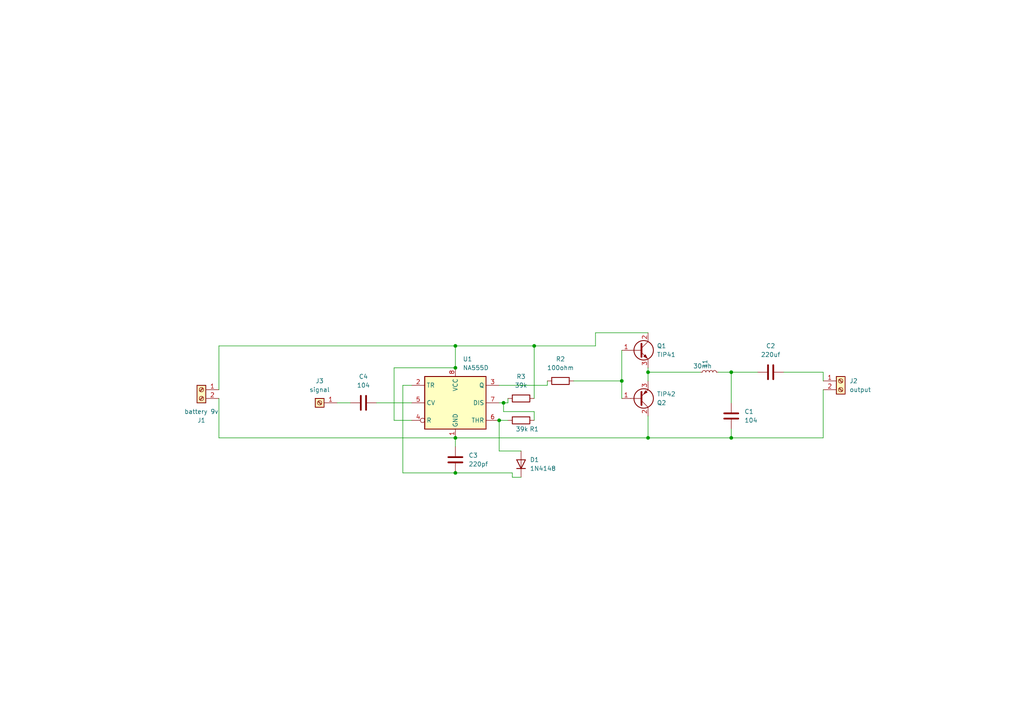
<source format=kicad_sch>
(kicad_sch (version 20250114) (generator "eeschema") (generator_version "9.0")
  (paper "A4")
  (lib_symbols
    (symbol "Connector:Screw_Terminal_01x01" (pin_names (offset 1.016) (hide yes))
      (property "Reference" "J" (at 0 2.54 0))
      (property "Value" "Screw_Terminal_01x01" (at 0 -2.54 0))
      (symbol "Screw_Terminal_01x01_1_1"
        (rectangle (start -1.27 1.27) (end 1.27 -1.27) (stroke (width 0.254)) (fill (type background)))
        (polyline (pts (xy -0.5334 0.3302) (xy 0.3302 -0.508)) (stroke (width 0.1524)))
        (polyline (pts (xy -0.3556 0.508) (xy 0.508 -0.3302)) (stroke (width 0.1524)))
        (circle (center 0 0) (radius 0.635) (stroke (width 0.1524)))
        (pin passive line (at -5.08 0 0) (length 3.81) (name "Pin_1") (number "1"))
      )
    )
    (symbol "Connector:Screw_Terminal_01x02" (pin_names (offset 1.016) (hide yes))
      (property "Reference" "J" (at 0 2.54 0))
      (property "Value" "Screw_Terminal_01x02" (at 0 -5.08 0))
      (symbol "Screw_Terminal_01x02_1_1"
        (rectangle (start -1.27 1.27) (end 1.27 -3.81) (stroke (width 0.254)) (fill (type background)))
        (polyline (pts (xy -0.5334 0.3302) (xy 0.3302 -0.508)) (stroke (width 0.1524)))
        (polyline (pts (xy -0.5334 -2.2098) (xy 0.3302 -3.048)) (stroke (width 0.1524)))
        (polyline (pts (xy -0.3556 0.508) (xy 0.508 -0.3302)) (stroke (width 0.1524)))
        (polyline (pts (xy -0.3556 -2.032) (xy 0.508 -2.8702)) (stroke (width 0.1524)))
        (circle (center 0 0) (radius 0.635) (stroke (width 0.1524)))
        (circle (center 0 -2.54) (radius 0.635) (stroke (width 0.1524)))
        (pin passive line (at -5.08 0 0) (length 3.81) (name "Pin_1") (number "1"))
        (pin passive line (at -5.08 -2.54 0) (length 3.81) (name "Pin_2") (number "2"))
      )
    )
    (symbol "Device:C" (pin_numbers (hide yes)) (pin_names (offset 0.254))
      (property "Reference" "C" (at 0.635 2.54 0))
      (property "Value" "C" (at 0.635 -2.54 0))
      (symbol "C_0_1"
        (polyline (pts (xy -2.032 0.762) (xy 2.032 0.762)) (stroke (width 0.508)))
        (polyline (pts (xy -2.032 -0.762) (xy 2.032 -0.762)) (stroke (width 0.508)))
      )
      (symbol "C_1_1"
        (pin passive line (at 0 3.81 270) (length 2.794) (name "~") (number "1"))
        (pin passive line (at 0 -3.81 90) (length 2.794) (name "~") (number "2"))
      )
    )
    (symbol "Device:L_Small" (pin_numbers (hide yes)) (pin_names (offset 0.254) (hide yes))
      (property "Reference" "L" (at 0.762 1.016 0))
      (property "Value" "L_Small" (at 0.762 -1.016 0))
      (symbol "L_Small_0_1"
        (arc (start 0 2.032) (mid 0.5058 1.524) (end 0 1.016))
        (arc (start 0 1.016) (mid 0.5058 0.508) (end 0 0))
        (arc (start 0 0) (mid 0.5058 -0.508) (end 0 -1.016))
        (arc (start 0 -1.016) (mid 0.5058 -1.524) (end 0 -2.032))
      )
      (symbol "L_Small_1_1"
        (pin passive line (at 0 2.54 270) (length 0.508) (name "~") (number "1"))
        (pin passive line (at 0 -2.54 90) (length 0.508) (name "~") (number "2"))
      )
    )
    (symbol "Device:R" (pin_numbers (hide yes)) (pin_names (offset 0))
      (property "Reference" "R" (at 2.032 0 90))
      (property "Value" "R" (at 0 0 90))
      (symbol "R_0_1"
        (rectangle (start -1.016 -2.54) (end 1.016 2.54) (stroke (width 0.254)))
      )
      (symbol "R_1_1"
        (pin passive line (at 0 3.81 270) (length 1.27) (name "~") (number "1"))
        (pin passive line (at 0 -3.81 90) (length 1.27) (name "~") (number "2"))
      )
    )
    (symbol "Diode:1N4148" (pin_numbers (hide yes)) (pin_names (hide yes))
      (property "Reference" "D" (at 0 2.54 0))
      (property "Value" "1N4148" (at 0 -2.54 0))
      (symbol "1N4148_0_1"
        (polyline (pts (xy -1.27 1.27) (xy -1.27 -1.27)) (stroke (width 0.254)))
        (polyline (pts (xy 1.27 1.27) (xy 1.27 -1.27) (xy -1.27 0) (xy 1.27 1.27)) (stroke (width 0.254)))
        (polyline (pts (xy 1.27 0) (xy -1.27 0)))
      )
      (symbol "1N4148_1_1"
        (pin passive line (at -3.81 0 0) (length 2.54) (name "K") (number "1"))
        (pin passive line (at 3.81 0 180) (length 2.54) (name "A") (number "2"))
      )
    )
    (symbol "Timer:NA555D"
      (property "Reference" "U" (at -10.16 8.89 0))
      (property "Value" "NA555D" (at 2.54 8.89 0))
      (symbol "NA555D_0_0"
        (pin power_in line (at 0 10.16 270) (length 2.54) (name "VCC") (number "8"))
        (pin power_in line (at 0 -10.16 90) (length 2.54) (name "GND") (number "1"))
      )
      (symbol "NA555D_0_1"
        (rectangle (start -8.89 -7.62) (end 8.89 7.62) (stroke (width 0.254)) (fill (type background)))
        (rectangle (start -8.89 -7.62) (end 8.89 7.62) (stroke (width 0.254)) (fill (type background)))
      )
      (symbol "NA555D_1_1"
        (pin input line (at -12.7 5.08 0) (length 3.81) (name "TR") (number "2"))
        (pin input line (at -12.7 0 0) (length 3.81) (name "CV") (number "5"))
        (pin input inverted (at -12.7 -5.08 0) (length 3.81) (name "R") (number "4"))
        (pin output line (at 12.7 5.08 180) (length 3.81) (name "Q") (number "3"))
        (pin input line (at 12.7 0 180) (length 3.81) (name "DIS") (number "7"))
        (pin input line (at 12.7 -5.08 180) (length 3.81) (name "THR") (number "6"))
      )
    )
    (symbol "Transistor_BJT:TIP41" (pin_names (offset 0) (hide yes))
      (property "Reference" "Q" (at 6.35 1.905 0))
      (property "Value" "TIP41" (at 6.35 0 0))
      (symbol "TIP41_0_1"
        (polyline (pts (xy -2.54 0) (xy 0.635 0)))
        (polyline (pts (xy 0.635 1.905) (xy 0.635 -1.905)) (stroke (width 0.508)))
        (circle (center 1.27 0) (radius 2.8194) (stroke (width 0.254)))
      )
      (symbol "TIP41_1_1"
        (polyline (pts (xy 0.635 0.635) (xy 2.54 2.54)))
        (polyline (pts (xy 0.635 -0.635) (xy 2.54 -2.54)))
        (polyline (pts (xy 1.27 -1.778) (xy 1.778 -1.27) (xy 2.286 -2.286) (xy 1.27 -1.778)) (fill (type outline)))
        (pin input line (at -5.08 0 0) (length 2.54) (name "B") (number "1"))
        (pin passive line (at 2.54 5.08 270) (length 2.54) (name "C") (number "2"))
        (pin passive line (at 2.54 -5.08 90) (length 2.54) (name "E") (number "3"))
      )
    )
    (symbol "Transistor_BJT:TIP42" (pin_names (offset 0) (hide yes))
      (property "Reference" "Q" (at 6.35 1.905 0))
      (property "Value" "TIP42" (at 6.35 0 0))
      (symbol "TIP42_0_1"
        (polyline (pts (xy -2.54 0) (xy 0.635 0)))
        (polyline (pts (xy 0.635 1.905) (xy 0.635 -1.905)) (stroke (width 0.508)))
        (polyline (pts (xy 0.635 0.635) (xy 2.54 2.54)))
        (polyline (pts (xy 0.635 -0.635) (xy 2.54 -2.54)))
        (circle (center 1.27 0) (radius 2.8194) (stroke (width 0.254)))
        (polyline (pts (xy 2.286 -1.778) (xy 1.778 -2.286) (xy 1.27 -1.27) (xy 2.286 -1.778)) (fill (type outline)))
      )
      (symbol "TIP42_1_1"
        (pin input line (at -5.08 0 0) (length 2.54) (name "B") (number "1"))
        (pin passive line (at 2.54 5.08 270) (length 2.54) (name "C") (number "2"))
        (pin passive line (at 2.54 -5.08 90) (length 2.54) (name "E") (number "3"))
      )
    )
  )
  (junction (at 187.96 127))
  (junction (at 212.09 127))
  (junction (at 146.05 116.84))
  (junction (at 132.08 137.16))
  (junction (at 187.96 107.95))
  (junction (at 212.09 107.95))
  (junction (at 154.94 100.33))
  (junction (at 132.08 100.33))
  (junction (at 132.08 127))
  (junction (at 144.78 121.92))
  (junction (at 132.08 106.68))
  (junction (at 180.34 110.49))
  (wire (pts (xy 63.5 127) (xy 132.08 127)))
  (wire (pts (xy 114.3 106.68) (xy 132.08 106.68)))
  (wire (pts (xy 63.5 100.33) (xy 63.5 113.03)))
  (wire (pts (xy 144.78 130.81) (xy 151.13 130.81)))
  (wire (pts (xy 187.96 106.68) (xy 187.96 107.95)))
  (wire (pts (xy 119.38 121.92) (xy 114.3 121.92)))
  (wire (pts (xy 148.59 138.43) (xy 151.13 138.43)))
  (wire (pts (xy 166.37 110.49) (xy 180.34 110.49)))
  (wire (pts (xy 144.78 121.92) (xy 147.32 121.92)))
  (wire (pts (xy 116.84 137.16) (xy 132.08 137.16)))
  (wire (pts (xy 154.94 115.57) (xy 154.94 100.33)))
  (wire (pts (xy 238.76 127) (xy 238.76 113.03)))
  (wire (pts (xy 132.08 137.16) (xy 148.59 137.16)))
  (wire (pts (xy 132.08 127) (xy 187.96 127)))
  (wire (pts (xy 238.76 107.95) (xy 238.76 110.49)))
  (wire (pts (xy 172.72 96.52) (xy 187.96 96.52)))
  (wire (pts (xy 63.5 115.57) (xy 63.5 127)))
  (wire (pts (xy 172.72 100.33) (xy 172.72 96.52)))
  (wire (pts (xy 144.78 116.84) (xy 146.05 116.84)))
  (wire (pts (xy 114.3 121.92) (xy 114.3 106.68)))
  (wire (pts (xy 144.78 121.92) (xy 144.78 130.81)))
  (wire (pts (xy 147.32 116.84) (xy 147.32 115.57)))
  (wire (pts (xy 212.09 127) (xy 238.76 127)))
  (wire (pts (xy 132.08 100.33) (xy 63.5 100.33)))
  (wire (pts (xy 187.96 127) (xy 187.96 120.65)))
  (wire (pts (xy 132.08 106.68) (xy 132.08 100.33)))
  (wire (pts (xy 119.38 111.76) (xy 116.84 111.76)))
  (wire (pts (xy 187.96 107.95) (xy 187.96 110.49)))
  (wire (pts (xy 109.22 116.84) (xy 119.38 116.84)))
  (wire (pts (xy 227.33 107.95) (xy 238.76 107.95)))
  (wire (pts (xy 212.09 127) (xy 212.09 124.46)))
  (wire (pts (xy 146.05 119.38) (xy 154.94 119.38)))
  (wire (pts (xy 154.94 119.38) (xy 154.94 121.92)))
  (wire (pts (xy 144.78 111.76) (xy 158.75 111.76)))
  (wire (pts (xy 187.96 127) (xy 212.09 127)))
  (wire (pts (xy 180.34 110.49) (xy 180.34 115.57)))
  (wire (pts (xy 212.09 107.95) (xy 219.71 107.95)))
  (wire (pts (xy 154.94 100.33) (xy 172.72 100.33)))
  (wire (pts (xy 97.79 116.84) (xy 101.6 116.84)))
  (wire (pts (xy 146.05 116.84) (xy 146.05 119.38)))
  (wire (pts (xy 116.84 111.76) (xy 116.84 137.16)))
  (wire (pts (xy 208.28 107.95) (xy 212.09 107.95)))
  (wire (pts (xy 187.96 107.95) (xy 203.2 107.95)))
  (wire (pts (xy 146.05 116.84) (xy 147.32 116.84)))
  (wire (pts (xy 212.09 107.95) (xy 212.09 116.84)))
  (wire (pts (xy 132.08 127) (xy 132.08 129.54)))
  (wire (pts (xy 180.34 101.6) (xy 180.34 110.49)))
  (wire (pts (xy 132.08 100.33) (xy 154.94 100.33)))
  (wire (pts (xy 158.75 111.76) (xy 158.75 110.49)))
  (wire (pts (xy 148.59 137.16) (xy 148.59 138.43)))
  (symbol (lib_id "Device:C") (at 105.41 116.84 90) (unit 1)
    (property "Reference" "C4" (at 105.41 109.22 90))
    (property "Value" "104" (at 105.41 111.76 90))
    (property "Footprint" "Capacitor_SMD:C_0201_0603Metric" (effects (hide yes)))
    (property "Description" "Unpolarized capacitor" (effects (hide yes)))
  )
  (symbol (lib_id "Timer:NA555D") (at 132.08 116.84 0) (unit 1)
    (property "Reference" "U1" (at 134.2233 104.14 0) (effects (justify left)))
    (property "Value" "NA555D" (at 134.2233 106.68 0) (effects (justify left)))
    (property "Footprint" "Package_SO:SOIC-8_3.9x4.9mm_P1.27mm" (effects (hide yes)))
    (property "Datasheet" "http://www.ti.com/lit/ds/symlink/ne555.pdf" (effects (hide yes)))
    (property "Description" "Precision Timers, 555 compatible, SOIC-8" (effects (hide yes)))
  )
  (symbol (lib_id "Transistor_BJT:TIP42") (at 185.42 115.57 0) (mirror x) (unit 1)
    (property "Reference" "Q2" (at 190.5 116.8401 0) (effects (justify left)))
    (property "Value" "TIP42" (at 190.5 114.3001 0) (effects (justify left)))
    (property "Footprint" "Package_TO_SOT_THT:TO-220-3_Vertical" (effects (hide yes)))
    (property "Datasheet" "https://www.centralsemi.com/get_document.php?cmp=1&mergetype=pd&mergepath=pd&pdf_id=TIP42.PDF" (effects (hide yes)))
    (property "Description" "-6A Ic, -40V Vce, Power PNP Transistor, TO-220" (effects (hide yes)))
  )
  (symbol (lib_id "Connector:Screw_Terminal_01x02") (at 58.42 113.03 0) (mirror y) (unit 1)
    (property "Reference" "J1" (at 58.42 121.92 0))
    (property "Value" "battery 9v" (at 58.42 119.38 0))
    (property "Footprint" "TerminalBlock_MetzConnect:TerminalBlock_MetzConnect_Type011_RT05502HBLC_1x02_P5.00mm_Horizontal" (effects (hide yes)))
    (property "Description" "Generic screw terminal, single row, 01x02, script generated (kicad-library-utils/schlib/autogen/connector/)" (effects (hide yes)))
  )
  (symbol (lib_id "Connector:Screw_Terminal_01x01") (at 92.71 116.84 180) (unit 1)
    (property "Reference" "J3" (at 92.71 110.49 0))
    (property "Value" "signal" (at 92.71 113.03 0))
    (property "Footprint" "TerminalBlock_Degson:TerminalBlock_Degson_DG250-3.5-01P_1x01_P3.50mm_45Degree" (effects (hide yes)))
    (property "Description" "Generic screw terminal, single row, 01x01, script generated (kicad-library-utils/schlib/autogen/connector/)" (effects (hide yes)))
  )
  (symbol (lib_id "Diode:1N4148") (at 151.13 134.62 90) (unit 1)
    (property "Reference" "D1" (at 153.67 133.3499 90) (effects (justify right)))
    (property "Value" "1N4148" (at 153.67 135.8899 90) (effects (justify right)))
    (property "Footprint" "Diode_THT:D_DO-35_SOD27_P7.62mm_Horizontal" (effects (hide yes)))
    (property "Datasheet" "https://assets.nexperia.com/documents/data-sheet/1N4148_1N4448.pdf" (effects (hide yes)))
    (property "Description" "100V 0.15A standard switching diode, DO-35" (effects (hide yes)))
    (property "Sim.Device" "D" (effects (hide yes)))
    (property "Sim.Pins" "1=K 2=A" (effects (hide yes)))
  )
  (symbol (lib_id "Device:C") (at 212.09 120.65 0) (unit 1)
    (property "Reference" "C1" (at 215.9 119.3799 0) (effects (justify left)))
    (property "Value" "104" (at 215.9 121.9199 0) (effects (justify left)))
    (property "Footprint" "Capacitor_SMD:C_0201_0603Metric" (effects (hide yes)))
    (property "Description" "Unpolarized capacitor" (effects (hide yes)))
  )
  (symbol (lib_id "Device:R") (at 151.13 115.57 90) (unit 1)
    (property "Reference" "R3" (at 151.13 109.22 90))
    (property "Value" "39k" (at 151.13 111.76 90))
    (property "Footprint" "Resistor_SMD:R_0201_0603Metric" (effects (hide yes)))
    (property "Description" "Resistor" (effects (hide yes)))
  )
  (symbol (lib_id "Connector:Screw_Terminal_01x02") (at 243.84 110.49 0) (unit 1)
    (property "Reference" "J2" (at 246.38 110.4899 0) (effects (justify left)))
    (property "Value" "output" (at 246.38 113.0299 0) (effects (justify left)))
    (property "Footprint" "TerminalBlock_MetzConnect:TerminalBlock_MetzConnect_Type011_RT05502HBLC_1x02_P5.00mm_Horizontal" (effects (hide yes)))
    (property "Description" "Generic screw terminal, single row, 01x02, script generated (kicad-library-utils/schlib/autogen/connector/)" (effects (hide yes)))
  )
  (symbol (lib_id "Transistor_BJT:TIP41") (at 185.42 101.6 0) (unit 1)
    (property "Reference" "Q1" (at 190.5 100.3299 0) (effects (justify left)))
    (property "Value" "TIP41" (at 190.5 102.8699 0) (effects (justify left)))
    (property "Footprint" "Package_TO_SOT_THT:TO-220-3_Vertical" (effects (hide yes)))
    (property "Datasheet" "https://www.centralsemi.com/get_document.php?cmp=1&mergetype=pd&mergepath=pd&pdf_id=tip41.PDF" (effects (hide yes)))
    (property "Description" "6A Ic, 40V Vce, Power NPN Transistor, TO-220" (effects (hide yes)))
  )
  (symbol (lib_id "Device:R") (at 162.56 110.49 90) (unit 1)
    (property "Reference" "R2" (at 162.56 104.14 90))
    (property "Value" "100ohm" (at 162.56 106.68 90))
    (property "Footprint" "Resistor_SMD:R_0201_0603Metric" (effects (hide yes)))
    (property "Description" "Resistor" (effects (hide yes)))
  )
  (symbol (lib_id "Device:R") (at 151.13 121.92 90) (unit 1)
    (property "Reference" "R1" (at 154.94 124.46 90))
    (property "Value" "39k" (at 151.384 124.46 90))
    (property "Footprint" "Resistor_SMD:R_0201_0603Metric" (effects (hide yes)))
    (property "Description" "Resistor" (effects (hide yes)))
  )
  (symbol (lib_id "Device:L_Small") (at 205.74 107.95 90) (unit 1)
    (property "Reference" "L1" (at 204.4699 106.68 0) (effects (justify left)))
    (property "Value" "30mh" (at 206.502 106.172 90) (effects (justify left)))
    (property "Footprint" "Inductor_SMD:L_6.3x6.3_H3" (effects (hide yes)))
    (property "Description" "Inductor, small symbol" (effects (hide yes)))
  )
  (symbol (lib_id "Device:C") (at 223.52 107.95 90) (unit 1)
    (property "Reference" "C2" (at 223.52 100.33 90))
    (property "Value" "220uf" (at 223.52 102.87 90))
    (property "Footprint" "Capacitor_SMD:C_0201_0603Metric" (effects (hide yes)))
    (property "Description" "Unpolarized capacitor" (effects (hide yes)))
  )
  (symbol (lib_id "Device:C") (at 132.08 133.35 0) (unit 1)
    (property "Reference" "C3" (at 135.89 132.0799 0) (effects (justify left)))
    (property "Value" "220pf" (at 135.89 134.6199 0) (effects (justify left)))
    (property "Footprint" "Capacitor_SMD:C_0201_0603Metric" (effects (hide yes)))
    (property "Description" "Unpolarized capacitor" (effects (hide yes)))
  )
)
</source>
